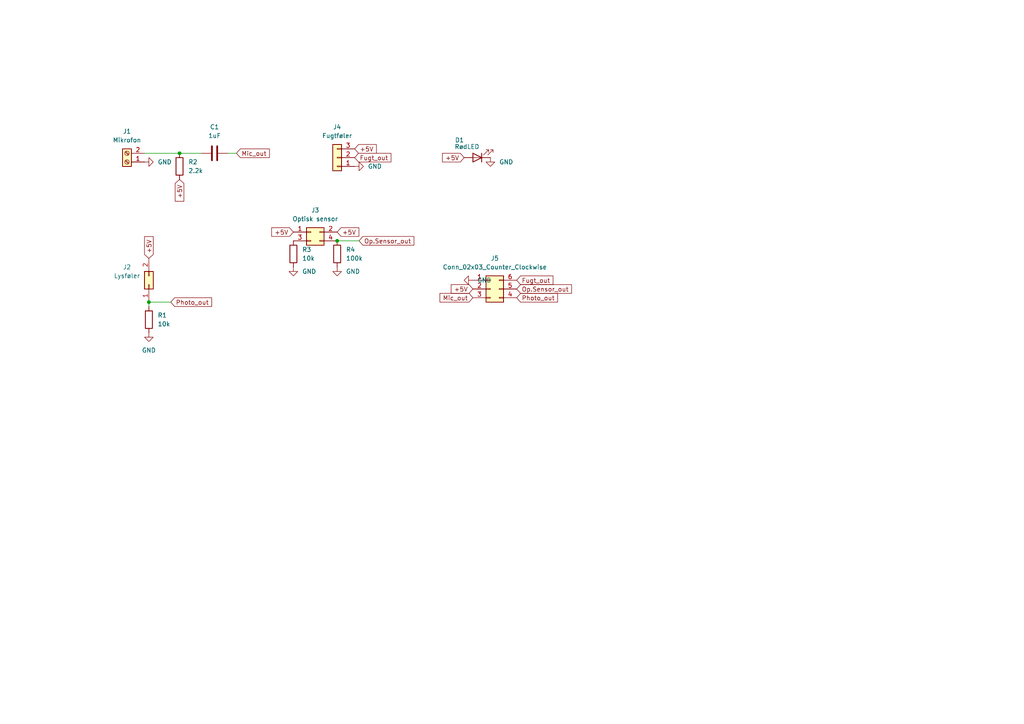
<source format=kicad_sch>
(kicad_sch (version 20211123) (generator eeschema)
  (paper "A4")
  (lib_symbols
    (symbol "Connector:Screw_Terminal_01x02" (pin_names (offset 1.016) hide)
      (property "Reference" "J" (at 0 2.54 0))
      (property "Value" "Screw_Terminal_01x02" (at 0 -5.08 0))
      (symbol "Screw_Terminal_01x02_1_1"
        (rectangle (start -1.27 1.27) (end 1.27 -3.81) (stroke (width 0.254)) (fill (type background)))
        (circle (center 0 -2.54) (radius 0.635) (stroke (width 0.1524)))
        (polyline (pts (xy -0.5334 -2.2098) (xy 0.3302 -3.048)) (stroke (width 0.1524)))
        (polyline (pts (xy -0.5334 0.3302) (xy 0.3302 -0.508)) (stroke (width 0.1524)))
        (polyline (pts (xy -0.3556 -2.032) (xy 0.508 -2.8702)) (stroke (width 0.1524)))
        (polyline (pts (xy -0.3556 0.508) (xy 0.508 -0.3302)) (stroke (width 0.1524)))
        (circle (center 0 0) (radius 0.635) (stroke (width 0.1524)))
        (pin passive line (at -5.08 0 0) (length 3.81) (name "Pin_1") (number "1"))
        (pin passive line (at -5.08 -2.54 0) (length 3.81) (name "Pin_2") (number "2"))
      )
    )
    (symbol "Connector_Generic:Conn_01x03" (pin_names (offset 1.016) hide)
      (property "Reference" "J" (at 0 5.08 0))
      (property "Value" "Conn_01x03" (at 0 -5.08 0))
      (symbol "Conn_01x03_1_1"
        (rectangle (start -1.27 -2.413) (end 0 -2.667) (stroke (width 0.1524)))
        (rectangle (start -1.27 0.127) (end 0 -0.127) (stroke (width 0.1524)))
        (rectangle (start -1.27 2.667) (end 0 2.413) (stroke (width 0.1524)))
        (rectangle (start -1.27 3.81) (end 1.27 -3.81) (stroke (width 0.254)) (fill (type background)))
        (pin passive line (at -5.08 2.54 0) (length 3.81) (name "Pin_1") (number "1"))
        (pin passive line (at -5.08 0 0) (length 3.81) (name "Pin_2") (number "2"))
        (pin passive line (at -5.08 -2.54 0) (length 3.81) (name "Pin_3") (number "3"))
      )
    )
    (symbol "Connector_Generic:Conn_02x01" (pin_names (offset 1.016) hide)
      (property "Reference" "J" (at 1.27 2.54 0))
      (property "Value" "Conn_02x01" (at 1.27 -2.54 0))
      (symbol "Conn_02x01_1_1"
        (rectangle (start -1.27 0.127) (end 0 -0.127) (stroke (width 0.1524)))
        (rectangle (start -1.27 1.27) (end 3.81 -1.27) (stroke (width 0.254)) (fill (type background)))
        (rectangle (start 3.81 0.127) (end 2.54 -0.127) (stroke (width 0.1524)))
        (pin passive line (at -5.08 0 0) (length 3.81) (name "Pin_1") (number "1"))
        (pin passive line (at 7.62 0 180) (length 3.81) (name "Pin_2") (number "2"))
      )
    )
    (symbol "Connector_Generic:Conn_02x02_Odd_Even" (pin_names (offset 1.016) hide)
      (property "Reference" "J" (at 1.27 2.54 0))
      (property "Value" "Conn_02x02_Odd_Even" (at 1.27 -5.08 0))
      (symbol "Conn_02x02_Odd_Even_1_1"
        (rectangle (start -1.27 -2.413) (end 0 -2.667) (stroke (width 0.1524)))
        (rectangle (start -1.27 0.127) (end 0 -0.127) (stroke (width 0.1524)))
        (rectangle (start -1.27 1.27) (end 3.81 -3.81) (stroke (width 0.254)) (fill (type background)))
        (rectangle (start 3.81 -2.413) (end 2.54 -2.667) (stroke (width 0.1524)))
        (rectangle (start 3.81 0.127) (end 2.54 -0.127) (stroke (width 0.1524)))
        (pin passive line (at -5.08 0 0) (length 3.81) (name "Pin_1") (number "1"))
        (pin passive line (at 7.62 0 180) (length 3.81) (name "Pin_2") (number "2"))
        (pin passive line (at -5.08 -2.54 0) (length 3.81) (name "Pin_3") (number "3"))
        (pin passive line (at 7.62 -2.54 180) (length 3.81) (name "Pin_4") (number "4"))
      )
    )
    (symbol "Connector_Generic:Conn_02x03_Counter_Clockwise" (pin_names (offset 1.016) hide)
      (property "Reference" "J" (at 1.27 5.08 0))
      (property "Value" "Conn_02x03_Counter_Clockwise" (at 1.27 -5.08 0))
      (symbol "Conn_02x03_Counter_Clockwise_1_1"
        (rectangle (start -1.27 -2.413) (end 0 -2.667) (stroke (width 0.1524)))
        (rectangle (start -1.27 0.127) (end 0 -0.127) (stroke (width 0.1524)))
        (rectangle (start -1.27 2.667) (end 0 2.413) (stroke (width 0.1524)))
        (rectangle (start -1.27 3.81) (end 3.81 -3.81) (stroke (width 0.254)) (fill (type background)))
        (rectangle (start 3.81 -2.413) (end 2.54 -2.667) (stroke (width 0.1524)))
        (rectangle (start 3.81 0.127) (end 2.54 -0.127) (stroke (width 0.1524)))
        (rectangle (start 3.81 2.667) (end 2.54 2.413) (stroke (width 0.1524)))
        (pin passive line (at -5.08 2.54 0) (length 3.81) (name "Pin_1") (number "1"))
        (pin passive line (at -5.08 0 0) (length 3.81) (name "Pin_2") (number "2"))
        (pin passive line (at -5.08 -2.54 0) (length 3.81) (name "Pin_3") (number "3"))
        (pin passive line (at 7.62 -2.54 180) (length 3.81) (name "Pin_4") (number "4"))
        (pin passive line (at 7.62 0 180) (length 3.81) (name "Pin_5") (number "5"))
        (pin passive line (at 7.62 2.54 180) (length 3.81) (name "Pin_6") (number "6"))
      )
    )
    (symbol "Device:C" (pin_numbers hide) (pin_names (offset 0.254))
      (property "Reference" "C" (at 0.635 2.54 0))
      (property "Value" "C" (at 0.635 -2.54 0))
      (symbol "C_0_1"
        (polyline (pts (xy -2.032 -0.762) (xy 2.032 -0.762)) (stroke (width 0.508)))
        (polyline (pts (xy -2.032 0.762) (xy 2.032 0.762)) (stroke (width 0.508)))
      )
      (symbol "C_1_1"
        (pin passive line (at 0 3.81 270) (length 2.794) (name "~") (number "1"))
        (pin passive line (at 0 -3.81 90) (length 2.794) (name "~") (number "2"))
      )
    )
    (symbol "Device:LED" (pin_numbers hide) (pin_names (offset 1.016) hide)
      (property "Reference" "D" (at 0 2.54 0))
      (property "Value" "LED" (at 0 -2.54 0))
      (symbol "LED_0_1"
        (polyline (pts (xy -1.27 -1.27) (xy -1.27 1.27)) (stroke (width 0.254)))
        (polyline (pts (xy -1.27 0) (xy 1.27 0)))
        (polyline (pts (xy 1.27 -1.27) (xy 1.27 1.27) (xy -1.27 0) (xy 1.27 -1.27)) (stroke (width 0.254)))
        (polyline (pts (xy -3.048 -0.762) (xy -4.572 -2.286) (xy -3.81 -2.286) (xy -4.572 -2.286) (xy -4.572 -1.524)))
        (polyline (pts (xy -1.778 -0.762) (xy -3.302 -2.286) (xy -2.54 -2.286) (xy -3.302 -2.286) (xy -3.302 -1.524)))
      )
      (symbol "LED_1_1"
        (pin passive line (at -3.81 0 0) (length 2.54) (name "K") (number "1"))
        (pin passive line (at 3.81 0 180) (length 2.54) (name "A") (number "2"))
      )
    )
    (symbol "Device:R" (pin_numbers hide) (pin_names (offset 0))
      (property "Reference" "R" (at 2.032 0 90))
      (property "Value" "R" (at 0 0 90))
      (symbol "R_0_1"
        (rectangle (start -1.016 -2.54) (end 1.016 2.54) (stroke (width 0.254)))
      )
      (symbol "R_1_1"
        (pin passive line (at 0 3.81 270) (length 1.27) (name "~") (number "1"))
        (pin passive line (at 0 -3.81 90) (length 1.27) (name "~") (number "2"))
      )
    )
    (symbol "power:GND" (power) (pin_names (offset 0))
      (property "Value" "GND" (at 0 -3.81 0))
      (symbol "GND_0_1"
        (polyline (pts (xy 0 0) (xy 0 -1.27) (xy 1.27 -1.27) (xy 0 -2.54) (xy -1.27 -1.27) (xy 0 -1.27)))
      )
      (symbol "GND_1_1"
        (pin power_in line (at 0 0 270) (length 0) hide (name "GND") (number "1"))
      )
    )
  )
  (junction (at 43.18 87.63))
  (junction (at 52.07 44.45))
  (junction (at 97.79 69.85))
  (wire (pts (xy 52.07 44.45) (xy 58.42 44.45)))
  (wire (pts (xy 43.18 87.63) (xy 49.53 87.63)))
  (wire (pts (xy 68.58 44.45) (xy 66.04 44.45)))
  (wire (pts (xy 97.79 69.85) (xy 104.14 69.85)))
  (wire (pts (xy 43.18 87.63) (xy 43.18 88.9)))
  (wire (pts (xy 41.91 44.45) (xy 52.07 44.45)))
  (global_label "Op.Sensor_out" (shape input) (at 149.86 83.82 0) (property "Intersheet References" "${INTERSHEET_REFS}" (effects hide)))
  (global_label "Mic_out" (shape input) (at 137.16 86.36 180) (property "Intersheet References" "${INTERSHEET_REFS}" (effects hide)))
  (global_label "Photo_out" (shape input) (at 49.53 87.63 0) (property "Intersheet References" "${INTERSHEET_REFS}" (effects hide)))
  (global_label "Op.Sensor_out" (shape input) (at 104.14 69.85 0) (property "Intersheet References" "${INTERSHEET_REFS}" (effects hide)))
  (global_label "+5V" (shape input) (at 102.87 43.18 0) (property "Intersheet References" "${INTERSHEET_REFS}" (effects hide)))
  (global_label "Fugt_out" (shape input) (at 149.86 81.28 0) (property "Intersheet References" "${INTERSHEET_REFS}" (effects hide)))
  (global_label "+5V" (shape input) (at 97.79 67.31 0) (property "Intersheet References" "${INTERSHEET_REFS}" (effects hide)))
  (global_label "Fugt_out" (shape input) (at 102.87 45.72 0) (property "Intersheet References" "${INTERSHEET_REFS}" (effects hide)))
  (global_label "Mic_out" (shape input) (at 68.58 44.45 0) (property "Intersheet References" "${INTERSHEET_REFS}" (effects hide)))
  (global_label "+5V" (shape input) (at 134.62 45.72 180) (property "Intersheet References" "${INTERSHEET_REFS}" (effects hide)))
  (global_label "+5V" (shape input) (at 137.16 83.82 180) (property "Intersheet References" "${INTERSHEET_REFS}" (effects hide)))
  (global_label "+5V" (shape input) (at 85.09 67.31 180) (property "Intersheet References" "${INTERSHEET_REFS}" (effects hide)))
  (global_label "+5V" (shape input) (at 52.07 52.07 270) (property "Intersheet References" "${INTERSHEET_REFS}" (effects hide)))
  (global_label "+5V" (shape input) (at 43.18 74.93 90) (property "Intersheet References" "${INTERSHEET_REFS}" (effects hide)))
  (global_label "Photo_out" (shape input) (at 149.86 86.36 0) (property "Intersheet References" "${INTERSHEET_REFS}" (effects hide)))
  (symbol (lib_id "power:GND") (at 142.24 45.72 0) (unit 1)
    (property "Reference" "#PWR0102" (effects hide))
    (property "Value" "GND" (at 144.78 46.9899 0) (effects (justify left)))
  )
  (symbol (lib_id "power:GND") (at 97.79 77.47 0) (unit 1)
    (property "Reference" "#PWR0105" (effects hide))
    (property "Value" "GND" (at 100.33 78.7399 0) (effects (justify left)))
  )
  (symbol (lib_id "Connector_Generic:Conn_02x01") (at 43.18 82.55 90) (unit 1)
    (property "Reference" "J2" (at 36.83 77.47 90))
    (property "Value" "Lysføler" (at 36.83 80.01 90))
    (property "Footprint" "Connector_PinSocket_2.54mm:PinSocket_2x01_P2.54mm_Vertical" (effects hide))
  )
  (symbol (lib_id "Connector:Screw_Terminal_01x02") (at 36.83 46.99 180) (unit 1)
    (property "Reference" "J1" (at 36.83 38.1 0))
    (property "Value" "Mikrofon" (at 36.83 40.64 0))
    (property "Footprint" "Connector_Phoenix_MC_HighVoltage:PhoenixContact_MCV_1,5_2-G-5.08_1x02_P5.08mm_Vertical" (effects hide))
  )
  (symbol (lib_id "Device:LED") (at 138.43 45.72 180) (unit 1)
    (property "Reference" "D1" (at 134.62 40.64 0) (effects (justify left)))
    (property "Value" "RødLED" (at 139.065 42.545 0) (effects (justify left)))
    (property "Footprint" "LED_THT:LED_D3.0mm_FlatTop" (effects hide))
  )
  (symbol (lib_id "Connector_Generic:Conn_02x03_Counter_Clockwise") (at 142.24 83.82 0) (unit 1)
    (property "Reference" "J5" (at 143.51 74.93 0))
    (property "Value" "Conn_02x03_Counter_Clockwise" (at 143.51 77.47 0))
    (property "Footprint" "Connector_PinHeader_2.54mm:PinHeader_2x03_P2.54mm_Vertical" (effects hide))
  )
  (symbol (lib_id "Device:R") (at 43.18 92.71 0) (unit 1)
    (property "Reference" "R1" (at 45.72 91.4399 0) (effects (justify left)))
    (property "Value" "10k" (at 45.72 93.9799 0) (effects (justify left)))
    (property "Footprint" "Resistor_THT:R_Axial_DIN0309_L9.0mm_D3.2mm_P12.70mm_Horizontal" (effects hide))
  )
  (symbol (lib_id "Device:R") (at 97.79 73.66 0) (unit 1)
    (property "Reference" "R4" (at 100.33 72.3899 0) (effects (justify left)))
    (property "Value" "100k" (at 100.33 74.9299 0) (effects (justify left)))
    (property "Footprint" "Resistor_THT:R_Axial_DIN0309_L9.0mm_D3.2mm_P12.70mm_Horizontal" (effects hide))
  )
  (symbol (lib_id "Connector_Generic:Conn_01x03") (at 97.79 45.72 180) (unit 1)
    (property "Reference" "J4" (at 97.79 36.83 0))
    (property "Value" "Fugtføler" (at 97.79 39.37 0))
    (property "Footprint" "Connector_PinSocket_2.54mm:PinSocket_1x03_P2.54mm_Vertical" (effects hide))
  )
  (symbol (lib_id "power:GND") (at 102.87 48.26 90) (unit 1)
    (property "Reference" "#PWR0101" (effects hide))
    (property "Value" "GND" (at 106.68 48.2599 90) (effects (justify right)))
  )
  (symbol (lib_id "power:GND") (at 43.18 96.52 0) (unit 1)
    (property "Reference" "#PWR0103" (effects hide))
    (property "Value" "GND" (at 43.18 101.6 0))
  )
  (symbol (lib_id "Device:R") (at 85.09 73.66 0) (unit 1)
    (property "Reference" "R3" (at 87.63 72.3899 0) (effects (justify left)))
    (property "Value" "10k" (at 87.63 74.9299 0) (effects (justify left)))
    (property "Footprint" "Resistor_THT:R_Axial_DIN0309_L9.0mm_D3.2mm_P12.70mm_Horizontal" (effects hide))
  )
  (symbol (lib_id "power:GND") (at 41.91 46.99 90) (unit 1)
    (property "Reference" "#PWR0104" (effects hide))
    (property "Value" "GND" (at 45.72 46.9899 90) (effects (justify right)))
  )
  (symbol (lib_id "power:GND") (at 85.09 77.47 0) (unit 1)
    (property "Reference" "#PWR0106" (effects hide))
    (property "Value" "GND" (at 87.63 78.7399 0) (effects (justify left)))
  )
  (symbol (lib_id "Connector_Generic:Conn_02x02_Odd_Even") (at 90.17 67.31 0) (unit 1)
    (property "Reference" "J3" (at 91.44 60.96 0))
    (property "Value" "Optisk sensor" (at 91.44 63.5 0))
    (property "Footprint" "Connector_PinSocket_2.54mm:PinSocket_2x02_P2.54mm_Vertical" (effects hide))
  )
  (symbol (lib_id "power:GND") (at 137.16 81.28 270) (unit 1)
    (property "Reference" "#PWR0107" (effects hide))
    (property "Value" "GND" (at 138.43 81.2799 90) (effects (justify left)))
  )
  (symbol (lib_id "Device:R") (at 52.07 48.26 0) (unit 1)
    (property "Reference" "R2" (at 54.61 46.9899 0) (effects (justify left)))
    (property "Value" "2.2k" (at 54.61 49.5299 0) (effects (justify left)))
    (property "Footprint" "Resistor_THT:R_Axial_DIN0309_L9.0mm_D3.2mm_P12.70mm_Horizontal" (effects hide))
  )
  (symbol (lib_id "Device:C") (at 62.23 44.45 90) (unit 1)
    (property "Reference" "C1" (at 62.23 36.83 90))
    (property "Value" "1uF" (at 62.23 39.37 90))
    (property "Footprint" "Capacitor_THT:C_Disc_D5.0mm_W2.5mm_P5.00mm" (effects hide))
  )
)
</source>
